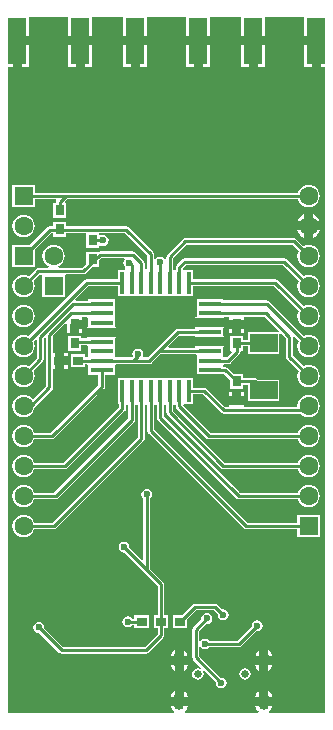
<source format=gbl>
%FSTAX24Y24*%
%MOIN*%
%SFA1B1*%

%IPPOS*%
%ADD11C,0.010000*%
%ADD18R,0.031500X0.037400*%
%ADD23R,0.037400X0.031500*%
%ADD44R,0.059100X0.157500*%
%ADD51O,0.035400X0.059100*%
%ADD52C,0.063000*%
%ADD53R,0.063000X0.063000*%
%ADD54C,0.023600*%
%ADD55C,0.025600*%
%ADD56C,0.026000*%
%ADD57R,0.075000X0.017700*%
%ADD58R,0.017700X0.075000*%
%ADD59R,0.094500X0.059100*%
%LNv3-1*%
%LPD*%
G36*
X043962Y03952D02*
X044357D01*
Y03937*
X044507*
Y038483*
X044655*
Y016978*
X042798*
X042781Y017028*
X042805Y017046*
X04285Y017104*
X042878Y017172*
X042883Y017212*
X042607*
X042332*
X042337Y017172*
X042365Y017104*
X04241Y017046*
X042434Y017028*
X042417Y016978*
X039983*
X039966Y017028*
X03999Y017046*
X040035Y017104*
X040063Y017172*
X040068Y017212*
X039793*
X039517*
X039522Y017172*
X03955Y017104*
X039595Y017046*
X039619Y017028*
X039602Y016978*
X03408*
Y038483*
X034233*
Y03937*
X034383*
Y03952*
X034778*
Y040163*
X036088*
Y03952*
X036878*
Y040163*
X037925*
Y03952*
X038715*
Y040163*
X040025*
Y03952*
X040815*
Y040163*
X041862*
Y03952*
X042652*
Y040163*
X043962*
Y03952*
G37*
%LNv3-2*%
%LPC*%
G36*
X044207Y03922D02*
X043962D01*
Y038483*
X044207*
Y03922*
G37*
G36*
X042652D02*
X042407D01*
Y038483*
X042652*
Y03922*
G37*
G36*
X042107D02*
X041862D01*
Y038483*
X042107*
Y03922*
G37*
G36*
X040815D02*
X04057D01*
Y038483*
X040815*
Y03922*
G37*
G36*
X04027D02*
X040025D01*
Y038483*
X04027*
Y03922*
G37*
G36*
X038715D02*
X03847D01*
Y038483*
X038715*
Y03922*
G37*
G36*
X03817D02*
X037925D01*
Y038483*
X03817*
Y03922*
G37*
G36*
X036878D02*
X036633D01*
Y038483*
X036878*
Y03922*
G37*
G36*
X036333D02*
X036088D01*
Y038483*
X036333*
Y03922*
G37*
G36*
X034778D02*
X034533D01*
Y038483*
X034778*
Y03922*
G37*
G36*
X0441Y034578D02*
X044002Y034565D01*
X043911Y034528*
X043833Y034467*
X043772Y034389*
X043741Y034312*
X036007*
X034975*
Y034575*
X034225*
Y033825*
X034975*
Y034088*
X035671*
X035697Y034038*
X035696Y034036*
X035688Y033993*
X035653Y033962*
X035583*
Y033468*
X036017*
Y033962*
X035993*
X035973Y034008*
X036053Y034088*
X043741*
X043772Y034011*
X043833Y033933*
X043911Y033872*
X044002Y033835*
X0441Y033822*
X044198Y033835*
X044289Y033872*
X044367Y033933*
X044428Y034011*
X044465Y034102*
X044478Y0342*
X044465Y034298*
X044428Y034389*
X044367Y034467*
X044289Y034528*
X044198Y034565*
X0441Y034578*
G37*
G36*
X04425Y033587D02*
Y03335D01*
X044487*
X044462Y033409*
X044396Y033496*
X044309Y033562*
X04425Y033587*
G37*
G36*
X04395D02*
X043891Y033562D01*
X043804Y033496*
X043738Y033409*
X043713Y03335*
X04395*
Y033587*
G37*
G36*
X036017Y033332D02*
X035583D01*
Y033184*
X035471*
X035428Y033175*
X035392Y033151*
X034816Y032575*
X034225*
Y031825*
X034975*
Y032416*
X035518Y032959*
X035583*
Y032838*
X036017*
Y032959*
X036683*
Y032468*
X037117*
Y032531*
X037167Y032558*
X037183Y032547*
X037253Y032533*
X037322Y032547*
X037381Y032587*
X03742Y032645*
X037434Y032715*
X03742Y032784*
X037381Y032843*
X037322Y032883*
X037253Y032897*
X037183Y032883*
X037167Y032872*
X037117Y032899*
Y032959*
X037982*
X038728Y032214*
Y031785*
X038678Y031739*
X038676*
X038675*
X03864Y031775*
Y031962*
X038631Y032005*
X038607Y032042*
X038325Y032323*
X038289Y032348*
X038246Y032356*
X037144*
X037101Y032348*
X037078Y032332*
X036683*
Y031941*
X036552Y03181*
X03577*
X03576Y03186*
X035789Y031872*
X035867Y031933*
X035928Y032011*
X035965Y032102*
X035978Y0322*
X035965Y032298*
X035928Y032389*
X035867Y032467*
X035789Y032528*
X035698Y032565*
X0356Y032578*
X035502Y032565*
X035411Y032528*
X035333Y032467*
X035272Y032389*
X035235Y032298*
X035222Y0322*
X035235Y032102*
X035272Y032011*
X035333Y031933*
X035411Y031872*
X03544Y03186*
X03543Y03181*
X035098*
X035055Y031802*
X035019Y031777*
X034775Y031533*
X034698Y031565*
X0346Y031578*
X034502Y031565*
X034411Y031528*
X034333Y031467*
X034272Y031389*
X034235Y031298*
X034222Y0312*
X034235Y031102*
X034272Y031011*
X034333Y030933*
X034411Y030872*
X034502Y030835*
X0346Y030822*
X034698Y030835*
X034789Y030872*
X034867Y030933*
X034928Y031011*
X034965Y031102*
X034978Y0312*
X034965Y031298*
X034933Y031375*
X035145Y031586*
X03518*
X035225Y031575*
Y031536*
Y030825*
X035975*
Y031536*
Y031575*
X03602Y031586*
X036598*
X036641Y031595*
X036677Y031619*
X036897Y031838*
X037117*
Y032059*
X037191Y032132*
X037957*
X037972Y032082*
X037933Y032023*
X037919Y031954*
X037933Y031884*
X037972Y031825*
X037986Y031816*
X037997Y031748*
X03799Y031739*
X037749*
Y031416*
X036704*
X036661Y031408*
X036625Y031384*
X034775Y029533*
X034698Y029565*
X0346Y029578*
X034502Y029565*
X034411Y029528*
X034333Y029467*
X034272Y029389*
X034235Y029298*
X034222Y0292*
X034235Y029102*
X034272Y029011*
X034333Y028933*
X034411Y028872*
X034502Y028835*
X0346Y028822*
X034698Y028835*
X034789Y028872*
X034867Y028933*
X034928Y029011*
X034965Y029102*
X034978Y0292*
X034965Y029298*
X034933Y029375*
X035003Y029445*
X03505Y029426*
Y028808*
X034775Y028533*
X034698Y028565*
X0346Y028578*
X034502Y028565*
X034411Y028528*
X034333Y028467*
X034272Y028389*
X034235Y028298*
X034222Y0282*
X034235Y028102*
X034272Y028011*
X034333Y027933*
X034411Y027872*
X034502Y027835*
X0346Y027822*
X034698Y027835*
X034789Y027872*
X034867Y027933*
X034928Y028011*
X034965Y028102*
X034978Y0282*
X034965Y028298*
X034933Y028375*
X035241Y028682*
X035265Y028719*
X035274Y028762*
Y029454*
X035306Y029481*
X035352Y029461*
Y027863*
X034933Y027444*
X034883Y027447*
X034867Y027467*
X034789Y027528*
X034698Y027565*
X0346Y027578*
X034502Y027565*
X034411Y027528*
X034333Y027467*
X034272Y027389*
X034235Y027298*
X034222Y0272*
X034235Y027102*
X034272Y027011*
X034333Y026933*
X034411Y026872*
X034502Y026835*
X0346Y026822*
X034698Y026835*
X034789Y026872*
X034867Y026933*
X034928Y027011*
X034965Y027102*
X034974Y027168*
X035543Y027737*
X035567Y027773*
X035576Y027816*
Y028443*
X035635*
Y0287*
Y028957*
X035576*
Y029532*
X035996Y029953*
X036043Y029934*
Y029628*
X03615*
Y029915*
X0363*
Y030065*
X036557*
Y030173*
X03673*
X036765Y030138*
Y030086*
Y029844*
X036725*
Y029805*
X0372*
X037675*
Y029844*
X037635*
Y030086*
Y030119*
Y030169*
Y030434*
Y030451*
Y030749*
X036765*
Y030712*
X036336*
X036317Y030758*
X036751Y031192*
X037749*
Y030869*
X038014*
X038046*
X038096*
X038361*
X038379*
X038643*
X038691Y030865*
X038724*
X038961*
X038989*
X039037Y030869*
X039274*
X039306*
X039356*
X039589*
X039621*
X039671*
X039904*
X039936*
X039986*
X040251*
Y031192*
X042949*
X043767Y030375*
X043735Y030298*
X043722Y0302*
X043735Y030102*
X043772Y030011*
X043833Y029933*
X043911Y029872*
X044002Y029835*
X0441Y029822*
X044198Y029835*
X044289Y029872*
X044367Y029933*
X044428Y030011*
X044465Y030102*
X044478Y0302*
X044465Y030298*
X044428Y030389*
X044367Y030467*
X044289Y030528*
X044198Y030565*
X0441Y030578*
X044002Y030565*
X043925Y030533*
X043075Y031384*
X043039Y031408*
X042996Y031416*
X040251*
Y031739*
X03993*
X039912Y031789*
X040016Y031893*
X043249*
X043767Y031375*
X043735Y031298*
X043722Y0312*
X043735Y031102*
X043772Y031011*
X043833Y030933*
X043911Y030872*
X044002Y030835*
X0441Y030822*
X044198Y030835*
X044289Y030872*
X044367Y030933*
X044428Y031011*
X044465Y031102*
X044478Y0312*
X044465Y031298*
X044428Y031389*
X044367Y031467*
X044289Y031528*
X044198Y031565*
X0441Y031578*
X044002Y031565*
X043925Y031533*
X043374Y032084*
X043338Y032108*
X043295Y032117*
X039969*
X039926Y032108*
X03989Y032084*
X039708Y031902*
X039684Y031866*
X039675Y031823*
Y031775*
X03964Y031739*
X03962*
X039585Y031775*
Y032116*
X040039Y03257*
X043572*
X043767Y032375*
X043735Y032298*
X043722Y0322*
X043735Y032102*
X043772Y032011*
X043833Y031933*
X043911Y031872*
X044002Y031835*
X0441Y031822*
X044198Y031835*
X044289Y031872*
X044367Y031933*
X044428Y032011*
X044465Y032102*
X044478Y0322*
X044465Y032298*
X044428Y032389*
X044367Y032467*
X044289Y032528*
X044198Y032565*
X0441Y032578*
X044002Y032565*
X043925Y032533*
X043697Y032761*
X043661Y032786*
X043618Y032794*
X039992*
X039949Y032786*
X039913Y032761*
X039393Y032242*
X039369Y032205*
X03936Y032162*
Y032097*
X03931Y032082*
X039286Y032119*
X039227Y032158*
X039157Y032172*
X039088Y032158*
X039029Y032119*
X039002Y032078*
X038952Y032094*
Y03226*
X038944Y032303*
X038919Y032339*
X038108Y033151*
X038072Y033175*
X038029Y033184*
X036017*
Y033332*
G37*
G36*
X0346Y033578D02*
X034502Y033565D01*
X034411Y033528*
X034333Y033467*
X034272Y033389*
X034235Y033298*
X034222Y0332*
X034235Y033102*
X034272Y033011*
X034333Y032933*
X034411Y032872*
X034502Y032835*
X0346Y032822*
X034698Y032835*
X034789Y032872*
X034867Y032933*
X034928Y033011*
X034965Y033102*
X034978Y0332*
X034965Y033298*
X034928Y033389*
X034867Y033467*
X034789Y033528*
X034698Y033565*
X0346Y033578*
G37*
G36*
X044487Y03305D02*
X04425D01*
Y032813*
X044309Y032838*
X044396Y032904*
X044462Y032991*
X044487Y03305*
G37*
G36*
X04395D02*
X043713D01*
X043738Y032991*
X043804Y032904*
X043891Y032838*
X04395Y032813*
Y03305*
G37*
G36*
X0346Y030578D02*
X034502Y030565D01*
X034411Y030528*
X034333Y030467*
X034272Y030389*
X034235Y030298*
X034222Y0302*
X034235Y030102*
X034272Y030011*
X034333Y029933*
X034411Y029872*
X034502Y029835*
X0346Y029822*
X034698Y029835*
X034789Y029872*
X034867Y029933*
X034928Y030011*
X034965Y030102*
X034978Y0302*
X034965Y030298*
X034928Y030389*
X034867Y030467*
X034789Y030528*
X034698Y030565*
X0346Y030578*
G37*
G36*
X036557Y029765D02*
X03645D01*
Y029628*
X036557*
Y029765*
G37*
G36*
X041957D02*
X04185D01*
Y029628*
X041957*
Y029765*
G37*
G36*
X04155D02*
X041443D01*
Y029628*
X04155*
Y029765*
G37*
G36*
X041239Y030751D02*
X040369D01*
Y030486*
Y030454*
Y030404*
Y030161*
X040329*
Y030122*
X040804*
X041279*
Y030161*
X041323Y030175*
X041443*
Y030065*
X0417*
X041957*
Y030175*
X042636*
X043106Y029705*
X043085Y029655*
X042068*
Y029412*
X041917*
Y029532*
X041483*
Y029038*
X041525*
X041544Y028992*
X041377Y028825*
X041275*
X041239Y02886*
Y028911*
Y029154*
X041279*
Y029193*
X040804*
X040329*
Y029154*
X040285Y02914*
X03945*
X039431Y029186*
X03979Y029545*
X040285*
X040329Y029531*
Y029493*
X040804*
X041279*
Y029531*
X041239*
Y029784*
X041279*
Y029822*
X040804*
X040329*
Y029784*
X040285Y02977*
X039744*
X039701Y029761*
X039664Y029737*
X039035Y029107*
X03875Y028822*
X038612*
X038581Y028872*
X038591Y028923*
X038578Y028993*
X038538Y029052*
X038479Y029091*
X03841Y029105*
X03834Y029091*
X038281Y029052*
X038242Y028993*
X038228Y028923*
X03824Y028863*
X0382Y028822*
X03767*
X037635Y028858*
Y028909*
Y029142*
Y029174*
Y029224*
Y029467*
X037675*
Y029505*
X0372*
X036725*
Y029467*
X036681Y029452*
X036517*
Y029532*
X036083*
Y029038*
X036517*
Y029228*
X03673*
X036765Y029193*
Y029142*
Y028858*
X03673Y028822*
X036662*
Y028917*
X036168*
Y028483*
X036662*
Y028598*
X03673*
X036765Y028563*
Y028512*
Y028247*
X037088*
Y027895*
X035505Y026312*
X034959*
X034928Y026389*
X034867Y026467*
X034789Y026528*
X034698Y026565*
X0346Y026578*
X034502Y026565*
X034411Y026528*
X034333Y026467*
X034272Y026389*
X034235Y026298*
X034222Y0262*
X034235Y026102*
X034272Y026011*
X034333Y025933*
X034411Y025872*
X034502Y025835*
X0346Y025822*
X034698Y025835*
X034789Y025872*
X034867Y025933*
X034928Y026011*
X034959Y026088*
X035552*
X035595Y026096*
X035631Y026121*
X037279Y027769*
X037304Y027805*
X037312Y027848*
Y028247*
X037635*
Y028563*
X03767Y028598*
X038246*
X038797*
X038839Y028607*
X038876Y028631*
X03916Y028915*
X040334*
X040369Y02888*
Y028829*
Y028596*
Y028564*
Y028514*
Y028249*
X041239*
X041289Y028267*
X041483Y028074*
Y027768*
X041917*
Y027903*
X042068*
Y02737*
X043132*
Y02808*
X042403*
X04239Y028094*
X042353Y028119*
X04231Y028127*
X041917*
Y028262*
X041612*
X041397Y028477*
X04136Y028501*
X041317Y02851*
X041275*
X041239Y028545*
Y028565*
X041275Y0286*
X041423*
X041466Y028609*
X041503Y028633*
X041794Y028925*
X041819Y028961*
X041827Y029004*
X04186Y029038*
X041917*
Y029188*
X042068*
Y028945*
X043132*
Y029608*
X043182Y029629*
X043348Y029463*
Y02884*
X043357Y028797*
X043381Y02876*
X043767Y028375*
X043735Y028298*
X043722Y0282*
X043735Y028102*
X043772Y028011*
X043833Y027933*
X043911Y027872*
X044002Y027835*
X0441Y027822*
X044198Y027835*
X044289Y027872*
X044367Y027933*
X044428Y028011*
X044465Y028102*
X044478Y0282*
X044465Y028298*
X044428Y028389*
X044367Y028467*
X044289Y028528*
X044198Y028565*
X0441Y028578*
X044002Y028565*
X043925Y028533*
X043572Y028886*
Y029504*
X043586Y029515*
X04362Y029527*
X043768Y029379*
X043735Y029298*
X043722Y0292*
X043735Y029102*
X043772Y029011*
X043833Y028933*
X043911Y028872*
X044002Y028835*
X0441Y028822*
X044198Y028835*
X044289Y028872*
X044367Y028933*
X044428Y029011*
X044465Y029102*
X044478Y0292*
X044465Y029298*
X044428Y029389*
X044367Y029467*
X044289Y029528*
X044198Y029565*
X0441Y029578*
X044002Y029565*
X043929Y029535*
X042783Y030682*
X042746Y030706*
X042703Y030715*
X041239*
Y030751*
G37*
G36*
X036072Y028957D02*
X035935D01*
Y02885*
X036072*
Y028957*
G37*
G36*
Y02855D02*
X035935D01*
Y028443*
X036072*
Y02855*
G37*
G36*
X039951Y028135D02*
X039901D01*
X039669*
X039636*
X039586*
X039354*
X039321*
X039272*
X039039*
X039007*
X038957*
X038724*
X038692*
X038642*
X038409*
X038377*
X038327*
X038094*
X038062*
X038012*
X037747*
Y027265*
X037783*
Y027156*
X03594Y025312*
X034959*
X034928Y025389*
X034867Y025467*
X034789Y025528*
X034698Y025565*
X0346Y025578*
X034502Y025565*
X034411Y025528*
X034333Y025467*
X034272Y025389*
X034235Y025298*
X034222Y0252*
X034235Y025102*
X034272Y025011*
X034333Y024933*
X034411Y024872*
X034502Y024835*
X0346Y024822*
X034698Y024835*
X034789Y024872*
X034867Y024933*
X034928Y025011*
X034959Y025088*
X035986*
X036029Y025096*
X036065Y025121*
X037975Y02703*
X037999Y027066*
X038007Y027109*
Y02723*
X038043Y027265*
X038063*
X038098Y02723*
Y026789*
X035621Y024312*
X034959*
X034928Y024389*
X034867Y024467*
X034789Y024528*
X034698Y024565*
X0346Y024578*
X034502Y024565*
X034411Y024528*
X034333Y024467*
X034272Y024389*
X034235Y024298*
X034222Y0242*
X034235Y024102*
X034272Y024011*
X034333Y023933*
X034411Y023872*
X034502Y023835*
X0346Y023822*
X034698Y023835*
X034789Y023872*
X034867Y023933*
X034928Y024011*
X034959Y024088*
X035668*
X035711Y024096*
X035747Y024121*
X03829Y026663*
X038314Y0267*
X038322Y026743*
Y02723*
X038358Y027265*
X038378*
X038413Y02723*
Y026153*
X035572Y023312*
X034959*
X034928Y023389*
X034867Y023467*
X034789Y023528*
X034698Y023565*
X0346Y023578*
X034502Y023565*
X034411Y023528*
X034333Y023467*
X034272Y023389*
X034235Y023298*
X034222Y0232*
X034235Y023102*
X034272Y023011*
X034333Y022933*
X034411Y022872*
X034502Y022835*
X0346Y022822*
X034698Y022835*
X034789Y022872*
X034867Y022933*
X034928Y023011*
X034959Y023088*
X035619*
X035662Y023096*
X035698Y023121*
X038605Y026027*
X038629Y026064*
X038637Y026107*
Y02723*
X038673Y027265*
X038693*
X038728Y02723*
Y02638*
X038737Y026337*
X038761Y026301*
X041941Y023121*
X041977Y023096*
X04202Y023088*
X043725*
Y022825*
X044475*
Y023575*
X043725*
Y023312*
X042067*
X038952Y026427*
Y02723*
X038988Y027265*
X039008*
X039043Y02723*
Y026812*
X039051Y026769*
X039076Y026733*
X041688Y024121*
X041724Y024096*
X041767Y024088*
X043741*
X043772Y024011*
X043833Y023933*
X043911Y023872*
X044002Y023835*
X0441Y023822*
X044198Y023835*
X044289Y023872*
X044367Y023933*
X044428Y024011*
X044465Y024102*
X044478Y0242*
X044465Y024298*
X044428Y024389*
X044367Y024467*
X044289Y024528*
X044198Y024565*
X0441Y024578*
X044002Y024565*
X043911Y024528*
X043833Y024467*
X043772Y024389*
X043741Y024312*
X041813*
X039267Y026858*
Y02723*
X039303Y027265*
X039323*
X039358Y02723*
Y026983*
X039366Y02694*
X039391Y026904*
X041174Y025121*
X04121Y025096*
X041253Y025088*
X043741*
X043772Y025011*
X043833Y024933*
X043911Y024872*
X044002Y024835*
X0441Y024822*
X044198Y024835*
X044289Y024872*
X044367Y024933*
X044428Y025011*
X044465Y025102*
X044478Y0252*
X044465Y025298*
X044428Y025389*
X044367Y025467*
X044289Y025528*
X044198Y025565*
X0441Y025578*
X044002Y025565*
X043911Y025528*
X043833Y025467*
X043772Y025389*
X043741Y025312*
X0413*
X039582Y02703*
Y02723*
X039618Y027265*
X039638*
X039673Y02723*
Y027183*
X039681Y02714*
X039706Y027104*
X040689Y026121*
X040725Y026096*
X040768Y026088*
X043741*
X043772Y026011*
X043833Y025933*
X043911Y025872*
X044002Y025835*
X0441Y025822*
X044198Y025835*
X044289Y025872*
X044367Y025933*
X044428Y026011*
X044465Y026102*
X044478Y0262*
X044465Y026298*
X044428Y026389*
X044367Y026467*
X044289Y026528*
X044198Y026565*
X0441Y026578*
X044002Y026565*
X043911Y026528*
X043833Y026467*
X043772Y026389*
X043741Y026312*
X040815*
X039912Y027215*
X039933Y027265*
X039984*
X040249*
Y027588*
X040582*
X041193Y026977*
X041229Y026953*
X041272Y026944*
X043824*
X043833Y026933*
X043911Y026872*
X044002Y026835*
X0441Y026822*
X044198Y026835*
X044289Y026872*
X044367Y026933*
X044428Y027011*
X044465Y027102*
X044478Y0272*
X044465Y027298*
X044428Y027389*
X044367Y027467*
X044289Y027528*
X044198Y027565*
X0441Y027578*
X044002Y027565*
X043911Y027528*
X043833Y027467*
X043772Y027389*
X043735Y027298*
X043722Y0272*
X043694Y027169*
X041957*
Y027235*
X0417*
X041443*
Y027169*
X041318*
X040708Y027779*
X040671Y027804*
X040628Y027812*
X040249*
Y028135*
X039951*
G37*
G36*
X041957Y027672D02*
X04185D01*
Y027535*
X041957*
Y027672*
G37*
G36*
X04155D02*
X041443D01*
Y027535*
X04155*
Y027672*
G37*
G36*
X038703Y024432D02*
X038633Y024418D01*
X038574Y024379*
X038535Y02432*
X038521Y024251*
X038535Y024181*
X038574Y024122*
X03859Y024111*
Y02207*
X038544Y022051*
X038127Y022468*
X038131Y022487*
X038117Y022557*
X038078Y022616*
X038019Y022655*
X037949Y022669*
X03788Y022655*
X037821Y022616*
X037782Y022557*
X037768Y022487*
X037782Y022418*
X037821Y022359*
X03788Y02232*
X037949Y022306*
X037969Y02231*
X038623Y021655*
X039073Y021205*
Y020217*
X038938*
Y019783*
X039073*
Y019607*
X038634Y019168*
X035915*
X035287Y019796*
X035291Y019815*
X035277Y019884*
X035238Y019943*
X035179Y019983*
X035109Y019997*
X03504Y019983*
X034981Y019943*
X034942Y019884*
X034928Y019815*
X034942Y019745*
X034981Y019687*
X03504Y019647*
X035109Y019633*
X035129Y019637*
X035789Y018977*
Y018976*
X035826Y018952*
X035869Y018944*
X03868*
X038723Y018952*
X03876Y018976*
X039264Y019481*
X039289Y019518*
X039297Y019561*
Y019783*
X039432*
Y020217*
X039297*
Y021252*
X039289Y021295*
X039264Y021331*
X038815Y021781*
Y024111*
X038831Y024122*
X03887Y024181*
X038884Y024251*
X03887Y02432*
X038831Y024379*
X038772Y024418*
X038703Y024432*
G37*
G36*
X040997Y020608D02*
D01*
X040311*
X040268Y020599*
X040231Y020575*
X039874Y020217*
X039568*
Y019783*
X040062*
Y020088*
X040357Y020383*
X040951*
X04108Y020254*
X041076Y020235*
X04109Y020166*
X041129Y020107*
X041188Y020067*
X041257Y020053*
X041327Y020067*
X041386Y020107*
X041425Y020166*
X041439Y020235*
X041425Y020305*
X041386Y020363*
X041327Y020403*
X041257Y020417*
X041238Y020413*
X041076Y020575*
X04104Y020599*
X040997Y020608*
G37*
G36*
X038782Y020217D02*
X038288D01*
Y020112*
X038214*
X038203Y020128*
X038145Y020168*
X038075Y020182*
X038006Y020168*
X037947Y020128*
X037907Y020069*
X037893Y02*
X037907Y019931*
X037947Y019872*
X038006Y019832*
X038075Y019818*
X038145Y019832*
X038203Y019872*
X038214Y019888*
X038288*
Y019783*
X038782*
Y020217*
G37*
G36*
X040711Y020297D02*
X040642Y020283D01*
X040583Y020244*
X040543Y020185*
X040529Y020116*
X040533Y020096*
X040257Y019821*
X040233Y019784*
X040225Y019741*
Y018822*
X040233Y018779*
X040257Y018743*
X040524Y018476*
X040492Y018437*
X040481Y018445*
X040408Y018459*
X040334Y018445*
X040272Y018403*
X040231Y018341*
X040216Y018268*
X040231Y018194*
X040272Y018132*
X040334Y018091*
X040408Y018076*
X040481Y018091*
X040543Y018132*
X040585Y018194*
X040599Y018268*
X040585Y018341*
X040577Y018353*
X040616Y018384*
X041017Y017983*
X041013Y017964*
X041027Y017894*
X041067Y017835*
X041126Y017796*
X041195Y017782*
X041265Y017796*
X041323Y017835*
X041363Y017894*
X041377Y017964*
X041363Y018033*
X041323Y018092*
X041265Y018132*
X041195Y018145*
X041176Y018142*
X040449Y018869*
Y019169*
X040499Y019184*
X04053Y019138*
X040589Y019099*
X040658Y019085*
X040728Y019099*
X040787Y019138*
X040797Y019154*
X041781*
X041824Y019163*
X04186Y019187*
X04237Y019697*
X042389Y019693*
X042459Y019707*
X042517Y019747*
X042557Y019805*
X042571Y019875*
X042557Y019944*
X042517Y020003*
X042459Y020043*
X042389Y020057*
X04232Y020043*
X042261Y020003*
X042221Y019944*
X042207Y019875*
X042211Y019856*
X041734Y019379*
X040797*
X040787Y019395*
X040728Y019434*
X040658Y019448*
X040589Y019434*
X04053Y019395*
X040499Y019349*
X040449Y019364*
Y019695*
X040692Y019938*
X040711Y019934*
X040781Y019948*
X040839Y019987*
X040879Y020046*
X040893Y020116*
X040879Y020185*
X040839Y020244*
X040781Y020283*
X040711Y020297*
G37*
G36*
X042757Y019073D02*
Y01887D01*
X042883*
X042878Y018911*
X04285Y018978*
X042805Y019036*
X042757Y019073*
G37*
G36*
X039943D02*
Y01887D01*
X040068*
X040063Y018911*
X040035Y018978*
X03999Y019036*
X039943Y019073*
G37*
G36*
X039643D02*
X039595Y019036D01*
X03955Y018978*
X039522Y018911*
X039517Y01887*
X039643*
Y019073*
G37*
G36*
X042457D02*
X04241Y019036D01*
X042365Y018978*
X042337Y018911*
X042332Y01887*
X042457*
Y019073*
G37*
G36*
X042883Y01857D02*
X042757D01*
Y018368*
X042805Y018405*
X04285Y018463*
X042878Y01853*
X042883Y01857*
G37*
G36*
X040068D02*
X039943D01*
Y018368*
X03999Y018405*
X040035Y018463*
X040063Y01853*
X040068Y01857*
G37*
G36*
X039643D02*
X039517D01*
X039522Y01853*
X03955Y018463*
X039595Y018405*
X039643Y018368*
Y01857*
G37*
G36*
X042457D02*
X042332D01*
X042337Y01853*
X042365Y018463*
X04241Y018405*
X042457Y018368*
Y01857*
G37*
G36*
X041982Y018459D02*
X041909Y018445D01*
X041847Y018403*
X041805Y018341*
X041791Y018268*
X041805Y018194*
X041847Y018132*
X041909Y018091*
X041982Y018076*
X042056Y018091*
X042118Y018132*
X04216Y018194*
X042174Y018268*
X04216Y018341*
X042118Y018403*
X042056Y018445*
X041982Y018459*
G37*
G36*
X042757Y017714D02*
Y017512D01*
X042883*
X042878Y017552*
X04285Y01762*
X042805Y017678*
X042757Y017714*
G37*
G36*
X039943D02*
Y017512D01*
X040068*
X040063Y017552*
X040035Y01762*
X03999Y017678*
X039943Y017714*
G37*
G36*
X039643D02*
X039595Y017678D01*
X03955Y01762*
X039522Y017552*
X039517Y017512*
X039643*
Y017714*
G37*
G36*
X042457D02*
X04241Y017678D01*
X042365Y01762*
X042337Y017552*
X042332Y017512*
X042457*
Y017714*
G37*
%LNv3-3*%
%LPD*%
G54D11*
X036007Y0342D02*
X036762D01*
X0369Y032715D02*
X037253D01*
X0346Y0342D02*
X036007D01*
X0358Y033993D02*
X036007Y0342D01*
X0358Y033715D02*
Y033993D01*
X037144Y032244D02*
X038246D01*
X036598Y031698D02*
X037144Y032244D01*
X035098Y031698D02*
X036598D01*
X038703Y021734D02*
Y024251D01*
X035109Y019815D02*
X035869Y019056D01*
X03868*
X039185Y019561*
Y02*
X038075D02*
X038535D01*
X040997Y020496D02*
X041257Y020235D01*
X040311Y020496D02*
X040997D01*
X039815Y02D02*
X040311Y020496D01*
X040337Y018822D02*
X041195Y017964D01*
X040337Y018822D02*
Y019741D01*
X040711Y020116*
X041781Y019267D02*
X042389Y019875D01*
X040658Y019267D02*
X041781D01*
X043618Y032682D02*
X0441Y0322D01*
X043295Y032005D02*
X0441Y0312D01*
X042996Y031304D02*
X0441Y0302D01*
X040102Y031304D02*
X042996D01*
X040804Y030602D02*
X042703D01*
X0441Y029206*
Y0292D02*
Y029206D01*
X041715Y0293D02*
X0426D01*
X041423Y028713D02*
X041715Y029004D01*
X040804Y028713D02*
X041423D01*
X041715Y029004D02*
Y0293D01*
X04231Y028015D02*
X0426Y027725D01*
X0417Y028015D02*
X04231D01*
X041317Y028398D02*
X0417Y028015D01*
X040804Y028398D02*
X041317D01*
X04346Y02884D02*
Y02951D01*
X042683Y030287D02*
X04346Y02951D01*
Y02884D02*
X0441Y0282D01*
X040804Y030287D02*
X042683D01*
X0401Y0277D02*
X040628D01*
X041272Y027056*
X043956*
X0441Y0272*
X040768Y0262D02*
X0441D01*
X039785Y027183D02*
X040768Y0262D01*
X039785Y027183D02*
Y0277D01*
X041253Y0252D02*
X0441D01*
X03947Y026983D02*
X041253Y0252D01*
X03947Y026983D02*
Y0277D01*
X041767Y0242D02*
X0441D01*
X039155Y026812D02*
X041767Y0242D01*
X039155Y026812D02*
Y0277D01*
X04202Y0232D02*
X0441D01*
X03884Y02638D02*
X04202Y0232D01*
X03884Y02638D02*
Y0277D01*
X036425Y02871D02*
X0372D01*
X036415Y0287D02*
X036425Y02871D01*
X036355Y02934D02*
X0372D01*
X0363Y029285D02*
X036355Y02934D01*
X039787Y031823D02*
X039969Y032005D01*
X039787Y031304D02*
Y031823D01*
X039969Y032005D02*
X043295D01*
X039472Y031304D02*
Y032162D01*
X039992Y032682*
X043618*
X03884Y0313D02*
Y03226D01*
X0346Y0232D02*
X035619D01*
X038525Y026107*
Y0277*
X0346Y0242D02*
X035668D01*
X03821Y026743*
Y0277*
X0346Y0252D02*
X035986D01*
X037895Y027109*
Y0277*
X0346Y0262D02*
X035552D01*
X0372Y027848*
Y028395*
X0346Y0272D02*
X034847D01*
X035464Y027816*
X0346Y0282D02*
X035162Y028762D01*
X035464Y027816D02*
Y029579D01*
X03617Y030285*
X0372*
X035162Y028762D02*
Y029503D01*
X036259Y0306*
X0372*
X0346Y0292D02*
X036704Y031304D01*
X037898*
X038213D02*
Y031893D01*
X0346Y0322D02*
X035471Y033071D01*
X038029*
X03884Y03226*
X038152Y031954D02*
X038213Y031893D01*
X0381Y031954D02*
X038152D01*
X038528Y031304D02*
Y031962D01*
X038246Y032244D02*
X038528Y031962D01*
X0346Y0312D02*
X035098Y031698D01*
X036762Y0342D02*
X0441D01*
X039114Y029028D02*
X040804D01*
X038797Y02871D02*
X039114Y029028D01*
X039157Y031304D02*
Y03199D01*
X039185Y02D02*
Y021252D01*
X037949Y022487D02*
X038703Y021734D01*
X039185Y021252*
X03841Y028874D02*
Y028923D01*
X038246Y02871D02*
X03841Y028874D01*
X0372Y02871D02*
X038246D01*
X038797*
X039744Y029657D02*
X040804D01*
X039114Y029028D02*
X039744Y029657D01*
G54D18*
X0358Y033715D03*
Y033085D03*
X0369Y032085D03*
Y032715D03*
X0417Y029915D03*
Y029285D03*
Y027385D03*
Y028015D03*
X0363Y029285D03*
Y029915D03*
G54D23*
X036415Y0287D03*
X035785D03*
X038535Y02D03*
X039815D03*
X039185D03*
G54D44*
X042257Y03937D03*
X044357D03*
X03832D03*
X04042D03*
X034383D03*
X036483D03*
G54D51*
X042607Y017362D03*
X039793D03*
Y01872D03*
X042607D03*
G54D52*
X0346Y0302D03*
Y0232D03*
Y0242D03*
Y0252D03*
Y0262D03*
Y0272D03*
Y0282D03*
Y0292D03*
Y0312D03*
Y0332D03*
X0356Y0322D03*
X0441Y0342D03*
Y0332D03*
Y0322D03*
Y0312D03*
Y0302D03*
Y0292D03*
Y0282D03*
Y0272D03*
Y0262D03*
Y0252D03*
Y0242D03*
G54D53*
X0346Y0322D03*
Y0342D03*
X0356Y0312D03*
X0441Y0232D03*
G54D54*
X04425Y03825D03*
Y03675D03*
Y03525D03*
Y02175D03*
Y02025D03*
Y01875D03*
Y01725D03*
X043875Y0375D03*
X0435Y03675D03*
X043875Y036D03*
X0435Y03525D03*
Y03375D03*
Y03225D03*
Y02775D03*
Y02475D03*
X043875Y0225D03*
X0435Y02175D03*
X043875Y021D03*
X0435Y02025D03*
X043875Y0195D03*
X0435Y01875D03*
X043875Y018D03*
X0435Y01725D03*
X04275Y03675D03*
X043125Y036D03*
X04275Y03525D03*
X043125Y0345D03*
X04275Y03375D03*
X043125Y033D03*
X04275Y03225D03*
X043125Y0285D03*
Y0255D03*
X04275Y02475D03*
X043125Y0195D03*
Y018D03*
X042Y03825D03*
Y03675D03*
X042375Y036D03*
X042Y03525D03*
X042375Y0345D03*
X042Y03375D03*
X042375Y033D03*
X042Y03225D03*
X042375Y03D03*
Y0285D03*
X042Y02475D03*
X042375Y0195D03*
Y018D03*
X04125Y03975D03*
X041625Y039D03*
X04125Y03825D03*
Y03675D03*
X041625Y036D03*
X04125Y03525D03*
X041625Y0345D03*
X04125Y03375D03*
X041625Y033D03*
X04125Y03225D03*
X041625Y0285D03*
X04125Y02775D03*
X041625Y024D03*
X04125Y02325D03*
X0405Y03825D03*
Y03675D03*
X040875Y036D03*
X0405Y03525D03*
X040875Y0345D03*
X0405Y03375D03*
X040875Y033D03*
X0405Y03225D03*
X040875Y027D03*
X0405Y02325D03*
X040125Y033D03*
Y03D03*
Y0285D03*
Y0255D03*
Y018D03*
X039375Y033D03*
Y03D03*
X039Y02925D03*
X039375Y0285D03*
Y0255D03*
X039Y01725D03*
X03825Y03825D03*
X038625Y036D03*
X03825Y02925D03*
Y02625D03*
Y02475D03*
X038625Y0195D03*
X03825Y01875D03*
Y01725D03*
X0375Y03975D03*
Y03825D03*
X037875Y036D03*
X0375Y03525D03*
Y03375D03*
X037875Y03D03*
X0375Y02775D03*
Y02325D03*
X037125Y039D03*
X03675Y03825D03*
X037125Y0345D03*
X03675Y03375D03*
Y02775D03*
X037125Y027D03*
X03675Y02325D03*
Y01875D03*
X036375Y0345D03*
X036Y02775D03*
Y02625D03*
Y02325D03*
X036375Y0225D03*
X036Y02175D03*
X036375Y021D03*
X036Y02025D03*
X035625Y027D03*
X03525Y02475D03*
X035625Y0225D03*
X03525Y02175D03*
X035625Y021D03*
X03525Y02025D03*
Y01725D03*
X0345Y03825D03*
X034875Y0375D03*
X0345Y03675D03*
X034875Y0225D03*
X0345Y02175D03*
X034875Y021D03*
X0345Y02025D03*
Y01725D03*
X034956Y03991D03*
Y039574D03*
Y039237D03*
Y038901D03*
X03496Y038565D03*
X035096Y038258D03*
X035195Y037936D03*
X03538Y037656D03*
X03562Y037421D03*
X035902Y037238D03*
X036222Y037132D03*
X036557Y037104D03*
X036893D03*
X037229D03*
X037565D03*
X037902D03*
X038238D03*
X038574D03*
X03891D03*
X038585Y037809D03*
X038249D03*
X037913D03*
X037577D03*
X037241D03*
X036904D03*
X036568D03*
X036235Y037857D03*
X035966Y038059D03*
X035794Y038348D03*
X03591Y038663D03*
Y039D03*
Y039336D03*
Y039672D03*
Y040008D03*
X038893Y039923D03*
Y039587D03*
Y03925D03*
Y038914D03*
X038894Y038578D03*
X038951Y038247D03*
Y03791D03*
X039374Y037104D03*
X039656Y038051D03*
Y038387D03*
X039847Y038663D03*
Y039D03*
Y039336D03*
Y039672D03*
Y040008D03*
X04283Y039832D03*
Y039496D03*
Y039159D03*
Y038823D03*
X042861Y038488D03*
X042858Y038152D03*
X042612Y037923D03*
X042292Y037818D03*
X041956Y037816D03*
X04162D03*
X041284D03*
X040947D03*
X040611D03*
X040275D03*
X039939Y037811D03*
X039925Y037096D03*
X040261Y037111D03*
X040597D03*
X040933D03*
X04127D03*
X041606D03*
X041942D03*
X042278Y037112D03*
X042611Y037162D03*
X042921Y037291D03*
X043192Y037491D03*
X043426Y037732D03*
X043598Y03802D03*
X04366Y038351D03*
X043784Y038663D03*
Y039D03*
Y039336D03*
Y039672D03*
Y040008D03*
X037253Y032715D03*
X038703Y024251D03*
X041195Y017964D03*
X040711Y020116D03*
X035109Y019815D03*
X038075Y02D03*
X041257Y020235D03*
X042389Y019875D03*
X040658Y019267D03*
X0381Y031954D03*
X039157Y03199D03*
X037949Y022487D03*
X03841Y028923D03*
G54D55*
X040408Y018268D03*
X041982D03*
G54D56*
X040328Y022272D03*
X0408D03*
X041272D03*
Y0218D03*
Y021328D03*
X040328D03*
Y0218D03*
X0408Y021328D03*
Y0218D03*
G54D57*
X040804Y030602D03*
Y030287D03*
Y029972D03*
Y029657D03*
Y029343D03*
Y029028D03*
Y028713D03*
Y028398D03*
X0372Y0306D03*
Y030285D03*
Y02997D03*
Y029655D03*
Y02934D03*
Y029025D03*
Y02871D03*
Y028395D03*
G54D58*
X0401Y0277D03*
X039785D03*
X03947D03*
X039155D03*
X03884D03*
X038525D03*
X03821D03*
X037895D03*
X040102Y031304D03*
X039787D03*
X039472D03*
X039157D03*
X03884Y0313D03*
X038528Y031304D03*
X038213D03*
X037898D03*
G54D59*
X0426Y0293D03*
Y027725D03*
M02*
</source>
